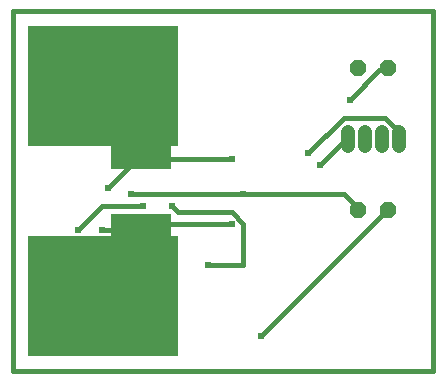
<source format=gbl>
G75*
%MOIN*%
%OFA0B0*%
%FSLAX25Y25*%
%IPPOS*%
%LPD*%
%AMOC8*
5,1,8,0,0,1.08239X$1,22.5*
%
%ADD10C,0.01600*%
%ADD11R,0.50000X0.40000*%
%ADD12OC8,0.05200*%
%ADD13R,0.20000X0.10000*%
%ADD14C,0.04756*%
%ADD15C,0.01800*%
%ADD16C,0.02400*%
D10*
X0001800Y0001800D02*
X0141800Y0001800D01*
X0141800Y0121800D01*
X0001800Y0121800D01*
X0001800Y0001800D01*
D11*
X0031800Y0026800D03*
X0031800Y0096800D03*
D12*
X0116800Y0103050D03*
X0126800Y0103050D03*
X0126800Y0055550D03*
X0116800Y0055550D03*
D13*
X0044300Y0049300D03*
X0044300Y0074300D03*
D14*
X0113489Y0076922D02*
X0113489Y0081678D01*
X0119113Y0081678D02*
X0119113Y0076922D01*
X0124737Y0076922D02*
X0124737Y0081678D01*
X0130361Y0081678D02*
X0130361Y0076922D01*
D15*
X0130361Y0079300D02*
X0131721Y0080540D01*
X0125816Y0086446D01*
X0112036Y0086446D01*
X0100225Y0074635D01*
X0104162Y0070698D02*
X0112036Y0078572D01*
X0113489Y0079300D01*
X0114005Y0092351D02*
X0123847Y0102194D01*
X0125816Y0102194D01*
X0126800Y0103050D01*
X0074635Y0072666D02*
X0045107Y0072666D01*
X0044300Y0074300D01*
X0043139Y0072666D01*
X0033296Y0062824D01*
X0041170Y0060855D02*
X0078572Y0060855D01*
X0112036Y0060855D01*
X0115973Y0056918D01*
X0116800Y0055550D01*
X0125816Y0054950D02*
X0126800Y0055550D01*
X0125816Y0054950D02*
X0084477Y0013611D01*
X0078572Y0037233D02*
X0066761Y0037233D01*
X0078572Y0037233D02*
X0078572Y0051013D01*
X0074635Y0054950D01*
X0056918Y0054950D01*
X0054950Y0056918D01*
X0045107Y0056918D02*
X0031328Y0056918D01*
X0023454Y0049044D01*
X0031328Y0049044D02*
X0043139Y0049044D01*
X0044300Y0049300D01*
X0045107Y0051013D01*
X0074635Y0051013D01*
D16*
X0074635Y0051013D03*
X0078572Y0060855D03*
X0074635Y0072666D03*
X0054950Y0056918D03*
X0045107Y0056918D03*
X0041170Y0060855D03*
X0033296Y0062824D03*
X0031328Y0049044D03*
X0023454Y0049044D03*
X0066761Y0037233D03*
X0084477Y0013611D03*
X0104162Y0070698D03*
X0100225Y0074635D03*
X0114005Y0092351D03*
M02*

</source>
